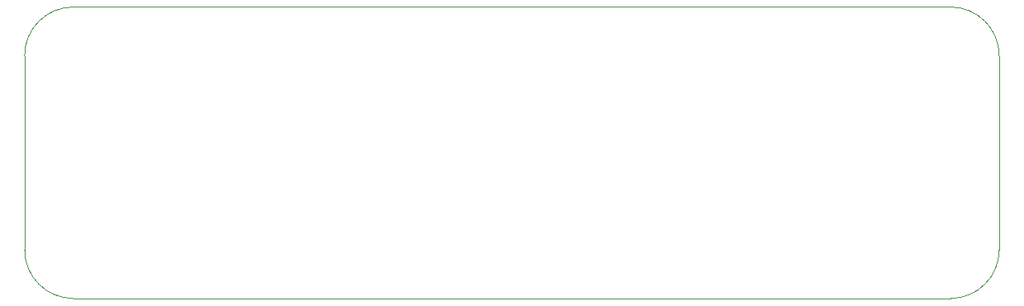
<source format=gbr>
G04 #@! TF.GenerationSoftware,KiCad,Pcbnew,(6.0.0-0)*
G04 #@! TF.CreationDate,2022-01-20T10:41:44-06:00*
G04 #@! TF.ProjectId,nand7400-plaque,6e616e64-3734-4303-902d-706c61717565,rev?*
G04 #@! TF.SameCoordinates,Original*
G04 #@! TF.FileFunction,Profile,NP*
%FSLAX46Y46*%
G04 Gerber Fmt 4.6, Leading zero omitted, Abs format (unit mm)*
G04 Created by KiCad (PCBNEW (6.0.0-0)) date 2022-01-20 10:41:44*
%MOMM*%
%LPD*%
G01*
G04 APERTURE LIST*
G04 #@! TA.AperFunction,Profile*
%ADD10C,0.050000*%
G04 #@! TD*
G04 APERTURE END LIST*
D10*
X190150000Y-63350000D02*
X190150000Y-83350000D01*
X185150000Y-88350000D02*
X95150000Y-88350000D01*
X90150000Y-83350000D02*
X90150000Y-63350000D01*
X190150000Y-63350000D02*
G75*
G03*
X185150000Y-58350000I-5000000J0D01*
G01*
X95150000Y-58350000D02*
G75*
G03*
X90150000Y-63350000I0J-5000000D01*
G01*
X95150000Y-58350000D02*
X185150000Y-58350000D01*
X90150000Y-83350000D02*
G75*
G03*
X95150000Y-88350000I5000000J0D01*
G01*
X185150000Y-88350000D02*
G75*
G03*
X190150000Y-83350000I0J5000000D01*
G01*
M02*

</source>
